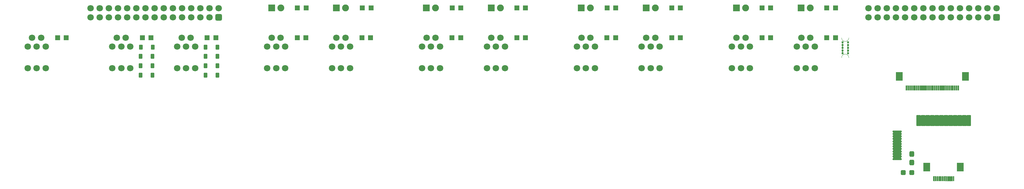
<source format=gbr>
%TF.GenerationSoftware,KiCad,Pcbnew,7.0.1*%
%TF.CreationDate,2024-04-02T15:57:58+09:00*%
%TF.ProjectId,Lift_Switch_V5.0,4c696674-5f53-4776-9974-63685f56352e,rev?*%
%TF.SameCoordinates,Original*%
%TF.FileFunction,Soldermask,Bot*%
%TF.FilePolarity,Negative*%
%FSLAX46Y46*%
G04 Gerber Fmt 4.6, Leading zero omitted, Abs format (unit mm)*
G04 Created by KiCad (PCBNEW 7.0.1) date 2024-04-02 15:57:58*
%MOMM*%
%LPD*%
G01*
G04 APERTURE LIST*
G04 Aperture macros list*
%AMRoundRect*
0 Rectangle with rounded corners*
0 $1 Rounding radius*
0 $2 $3 $4 $5 $6 $7 $8 $9 X,Y pos of 4 corners*
0 Add a 4 corners polygon primitive as box body*
4,1,4,$2,$3,$4,$5,$6,$7,$8,$9,$2,$3,0*
0 Add four circle primitives for the rounded corners*
1,1,$1+$1,$2,$3*
1,1,$1+$1,$4,$5*
1,1,$1+$1,$6,$7*
1,1,$1+$1,$8,$9*
0 Add four rect primitives between the rounded corners*
20,1,$1+$1,$2,$3,$4,$5,0*
20,1,$1+$1,$4,$5,$6,$7,0*
20,1,$1+$1,$6,$7,$8,$9,0*
20,1,$1+$1,$8,$9,$2,$3,0*%
G04 Aperture macros list end*
%TA.AperFunction,Profile*%
%ADD10C,0.050000*%
%TD*%
%ADD11RoundRect,0.051000X-0.900000X-0.900000X0.900000X-0.900000X0.900000X0.900000X-0.900000X0.900000X0*%
%ADD12C,1.902000*%
%ADD13C,1.802000*%
%ADD14C,0.602000*%
%ADD15RoundRect,0.051000X-0.650000X-0.650000X0.650000X-0.650000X0.650000X0.650000X-0.650000X0.650000X0*%
%ADD16RoundRect,0.363500X0.312500X-0.437500X0.312500X0.437500X-0.312500X0.437500X-0.312500X-0.437500X0*%
%ADD17RoundRect,0.051000X0.450000X0.600000X-0.450000X0.600000X-0.450000X-0.600000X0.450000X-0.600000X0*%
%ADD18RoundRect,0.051000X-0.150000X-0.650000X0.150000X-0.650000X0.150000X0.650000X-0.150000X0.650000X0*%
%ADD19RoundRect,0.051000X-0.900000X-1.100000X0.900000X-1.100000X0.900000X1.100000X-0.900000X1.100000X0*%
%ADD20RoundRect,0.102471X1.198529X-0.123529X1.198529X0.123529X-1.198529X0.123529X-1.198529X-0.123529X0*%
%ADD21RoundRect,0.301000X0.600000X-0.600000X0.600000X0.600000X-0.600000X0.600000X-0.600000X-0.600000X0*%
%ADD22RoundRect,0.205412X0.370588X1.345588X-0.370588X1.345588X-0.370588X-1.345588X0.370588X-1.345588X0*%
%ADD23RoundRect,0.376000X-0.325000X-0.325000X0.325000X-0.325000X0.325000X0.325000X-0.325000X0.325000X0*%
G04 APERTURE END LIST*
D10*
%TO.C,mouse-bite-2mm-slot*%
X308100000Y-78088000D02*
G75*
G03*
X310100000Y-78088000I1000000J0D01*
G01*
X310100000Y-83612000D02*
G75*
G03*
X308100000Y-83612000I-1000000J0D01*
G01*
%TD*%
D11*
%TO.C,D16*%
X167825000Y-69750000D03*
D12*
X170365000Y-69750000D03*
%TD*%
D11*
%TO.C,D9*%
X278875000Y-69750000D03*
D12*
X281415000Y-69750000D03*
%TD*%
D11*
%TO.C,D13*%
X192825000Y-69750000D03*
D12*
X195365000Y-69750000D03*
%TD*%
D11*
%TO.C,D11*%
X235825000Y-69750000D03*
D12*
X238365000Y-69750000D03*
%TD*%
D11*
%TO.C,D15*%
X149825000Y-69750000D03*
D12*
X152365000Y-69750000D03*
%TD*%
D13*
%TO.C,SW3*%
X127350000Y-78050000D03*
X124850000Y-78050000D03*
X123600000Y-80550000D03*
X126100000Y-80550000D03*
X128600000Y-80550000D03*
X123600000Y-86550000D03*
X126100000Y-86550000D03*
X128600000Y-86550000D03*
%TD*%
%TO.C,SW7*%
X213350000Y-78050000D03*
X210850000Y-78050000D03*
X209600000Y-80550000D03*
X212100000Y-80550000D03*
X214600000Y-80550000D03*
X209600000Y-86550000D03*
X212100000Y-86550000D03*
X214600000Y-86550000D03*
%TD*%
%TO.C,SW2*%
X109350000Y-78050000D03*
X106850000Y-78050000D03*
X105600000Y-80550000D03*
X108100000Y-80550000D03*
X110600000Y-80550000D03*
X105600000Y-86550000D03*
X108100000Y-86550000D03*
X110600000Y-86550000D03*
%TD*%
%TO.C,SW5*%
X170350000Y-78050000D03*
X167850000Y-78050000D03*
X166600000Y-80550000D03*
X169100000Y-80550000D03*
X171600000Y-80550000D03*
X166600000Y-86550000D03*
X169100000Y-86550000D03*
X171600000Y-86550000D03*
%TD*%
%TO.C,SW1*%
X85850000Y-78050000D03*
X83350000Y-78050000D03*
X82100000Y-80550000D03*
X84600000Y-80550000D03*
X87100000Y-80550000D03*
X82100000Y-86550000D03*
X84600000Y-86550000D03*
X87100000Y-86550000D03*
%TD*%
%TO.C,SW10*%
X281410000Y-78050000D03*
X278910000Y-78050000D03*
X277660000Y-80550000D03*
X280160000Y-80550000D03*
X282660000Y-80550000D03*
X277660000Y-86550000D03*
X280160000Y-86550000D03*
X282660000Y-86550000D03*
%TD*%
%TO.C,SW8*%
X238350000Y-78050000D03*
X235850000Y-78050000D03*
X234600000Y-80550000D03*
X237100000Y-80550000D03*
X239600000Y-80550000D03*
X234600000Y-86550000D03*
X237100000Y-86550000D03*
X239600000Y-86550000D03*
%TD*%
%TO.C,SW11*%
X299410000Y-78050000D03*
X296910000Y-78050000D03*
X295660000Y-80550000D03*
X298160000Y-80550000D03*
X300660000Y-80550000D03*
X295660000Y-86550000D03*
X298160000Y-86550000D03*
X300660000Y-86550000D03*
%TD*%
%TO.C,SW6*%
X195350000Y-78050000D03*
X192850000Y-78050000D03*
X191600000Y-80550000D03*
X194100000Y-80550000D03*
X196600000Y-80550000D03*
X191600000Y-86550000D03*
X194100000Y-86550000D03*
X196600000Y-86550000D03*
%TD*%
D11*
%TO.C,D12*%
X253825000Y-69750000D03*
D12*
X256365000Y-69750000D03*
%TD*%
D14*
%TO.C,mouse-bite-2mm-slot*%
X309850000Y-79338000D03*
X308350000Y-79338000D03*
X309850000Y-80088000D03*
X308350000Y-80088000D03*
X309850000Y-80838000D03*
X308350000Y-80838000D03*
X309850000Y-81612000D03*
X308350000Y-81612000D03*
X309850000Y-82374000D03*
X308350000Y-82374000D03*
%TD*%
D13*
%TO.C,SW4*%
X152350000Y-78050000D03*
X149850000Y-78050000D03*
X148600000Y-80550000D03*
X151100000Y-80550000D03*
X153600000Y-80550000D03*
X148600000Y-86550000D03*
X151100000Y-86550000D03*
X153600000Y-86550000D03*
%TD*%
D11*
%TO.C,D10*%
X296875000Y-69750000D03*
D12*
X299415000Y-69750000D03*
%TD*%
D11*
%TO.C,D14*%
X210825000Y-69750000D03*
D12*
X213365000Y-69750000D03*
%TD*%
D13*
%TO.C,SW9*%
X256350000Y-78050000D03*
X253850000Y-78050000D03*
X252600000Y-80550000D03*
X255100000Y-80550000D03*
X257600000Y-80550000D03*
X252600000Y-86550000D03*
X255100000Y-86550000D03*
X257600000Y-86550000D03*
%TD*%
D15*
%TO.C,R8*%
X242940000Y-78050000D03*
X245340000Y-78050000D03*
%TD*%
D16*
%TO.C,C1*%
X327550000Y-112800000D03*
X327550000Y-110400000D03*
%TD*%
D17*
%TO.C,D3*%
X113500000Y-85850000D03*
X116800000Y-85850000D03*
%TD*%
D15*
%TO.C,R4*%
X156940000Y-78050000D03*
X159340000Y-78050000D03*
%TD*%
D17*
%TO.C,D1*%
X113510000Y-80650000D03*
X116810000Y-80650000D03*
%TD*%
D15*
%TO.C,R9*%
X260940000Y-78050000D03*
X263340000Y-78050000D03*
%TD*%
D17*
%TO.C,D4*%
X113500000Y-88450000D03*
X116800000Y-88450000D03*
%TD*%
D15*
%TO.C,R2*%
X113940000Y-78050000D03*
X116340000Y-78050000D03*
%TD*%
D17*
%TO.C,D7*%
X131520000Y-85850000D03*
X134820000Y-85850000D03*
%TD*%
D15*
%TO.C,R17*%
X217950000Y-69750000D03*
X220350000Y-69750000D03*
%TD*%
%TO.C,R7*%
X217940000Y-78050000D03*
X220340000Y-78050000D03*
%TD*%
%TO.C,R16*%
X200000000Y-69750000D03*
X202400000Y-69750000D03*
%TD*%
D17*
%TO.C,D5*%
X131520000Y-80650000D03*
X134820000Y-80650000D03*
%TD*%
D15*
%TO.C,R13*%
X304000000Y-69750000D03*
X306400000Y-69750000D03*
%TD*%
D18*
%TO.C,J3*%
X339165000Y-117300000D03*
X338665000Y-117300000D03*
X338165000Y-117300000D03*
X337665000Y-117300000D03*
X337165000Y-117300000D03*
X336665000Y-117300000D03*
X336165000Y-117300000D03*
X335665000Y-117300000D03*
X335165000Y-117300000D03*
X334665000Y-117300000D03*
X334165000Y-117300000D03*
X333665000Y-117300000D03*
D19*
X331765000Y-114050000D03*
X341065000Y-114050000D03*
%TD*%
D17*
%TO.C,D2*%
X113500000Y-83250000D03*
X116800000Y-83250000D03*
%TD*%
D15*
%TO.C,R5*%
X174940000Y-78050000D03*
X177340000Y-78050000D03*
%TD*%
%TO.C,R11*%
X304000000Y-78050000D03*
X306400000Y-78050000D03*
%TD*%
%TO.C,R12*%
X286000000Y-69750000D03*
X288400000Y-69750000D03*
%TD*%
%TO.C,R18*%
X157000000Y-69750000D03*
X159400000Y-69750000D03*
%TD*%
%TO.C,R15*%
X260950000Y-69750000D03*
X263350000Y-69750000D03*
%TD*%
D20*
%TO.C,J2*%
X323500000Y-111800000D03*
X323500000Y-111100000D03*
X323500000Y-110400000D03*
X323500000Y-109700000D03*
X323500000Y-109000000D03*
X323500000Y-108300000D03*
X323500000Y-107600000D03*
X323500000Y-106900000D03*
X323500000Y-106200000D03*
X323500000Y-105500000D03*
X323500000Y-104800000D03*
X323500000Y-104100000D03*
%TD*%
D15*
%TO.C,R19*%
X175050000Y-69750000D03*
X177450000Y-69750000D03*
%TD*%
D21*
%TO.C,J5*%
X351080000Y-72350000D03*
D13*
X351080000Y-69810000D03*
X348540000Y-72350000D03*
X348540000Y-69810000D03*
X346000000Y-72350000D03*
X346000000Y-69810000D03*
X343460000Y-72350000D03*
X343460000Y-69810000D03*
X340920000Y-72350000D03*
X340920000Y-69810000D03*
X338380000Y-72350000D03*
X338380000Y-69810000D03*
X335840000Y-72350000D03*
X335840000Y-69810000D03*
X333300000Y-72350000D03*
X333300000Y-69810000D03*
X330760000Y-72350000D03*
X330760000Y-69810000D03*
X328220000Y-72350000D03*
X328220000Y-69810000D03*
X325680000Y-72350000D03*
X325680000Y-69810000D03*
X323140000Y-72350000D03*
X323140000Y-69810000D03*
X320600000Y-72350000D03*
X320600000Y-69810000D03*
X318060000Y-72350000D03*
X318060000Y-69810000D03*
X315520000Y-72350000D03*
X315520000Y-69810000D03*
%TD*%
D22*
%TO.C,J4*%
X343400000Y-101100000D03*
X340860000Y-101100000D03*
X338320000Y-101100000D03*
X335780000Y-101100000D03*
X333240000Y-101100000D03*
X330700000Y-101100000D03*
X342130000Y-101100000D03*
X339590000Y-101100000D03*
X337050000Y-101100000D03*
X334510000Y-101100000D03*
X331970000Y-101100000D03*
X329430000Y-101100000D03*
%TD*%
D15*
%TO.C,R3*%
X131940000Y-78050000D03*
X134340000Y-78050000D03*
%TD*%
D17*
%TO.C,D6*%
X131520000Y-83250000D03*
X134820000Y-83250000D03*
%TD*%
D15*
%TO.C,R1*%
X90440000Y-78050000D03*
X92840000Y-78050000D03*
%TD*%
%TO.C,R6*%
X199940000Y-78050000D03*
X202340000Y-78050000D03*
%TD*%
D23*
%TO.C,R20*%
X325250000Y-115550000D03*
X327550000Y-115550000D03*
%TD*%
D15*
%TO.C,R14*%
X243000000Y-69750000D03*
X245400000Y-69750000D03*
%TD*%
D18*
%TO.C,J7*%
X340550000Y-92050000D03*
X340050000Y-92050000D03*
X339550000Y-92050000D03*
X339050000Y-92050000D03*
X338550000Y-92050000D03*
X338050000Y-92050000D03*
X337550000Y-92050000D03*
X337050000Y-92050000D03*
X336550000Y-92050000D03*
X336050000Y-92050000D03*
X335550000Y-92050000D03*
X335050000Y-92050000D03*
X334550000Y-92050000D03*
X334050000Y-92050000D03*
X333550000Y-92050000D03*
X333050000Y-92050000D03*
X332550000Y-92050000D03*
X332050000Y-92050000D03*
X331550000Y-92050000D03*
X331050000Y-92050000D03*
X330550000Y-92050000D03*
X330050000Y-92050000D03*
X329550000Y-92050000D03*
X329050000Y-92050000D03*
X328550000Y-92050000D03*
X328050000Y-92050000D03*
X327550000Y-92050000D03*
X327050000Y-92050000D03*
X326550000Y-92050000D03*
X326050000Y-92050000D03*
D19*
X324150000Y-88800000D03*
X342450000Y-88800000D03*
%TD*%
D17*
%TO.C,D8*%
X131520000Y-88450000D03*
X134820000Y-88450000D03*
%TD*%
D15*
%TO.C,R10*%
X286000000Y-78050000D03*
X288400000Y-78050000D03*
%TD*%
D21*
%TO.C,J1*%
X135110000Y-72390000D03*
D13*
X135110000Y-69850000D03*
X132570000Y-72390000D03*
X132570000Y-69850000D03*
X130030000Y-72390000D03*
X130030000Y-69850000D03*
X127490000Y-72390000D03*
X127490000Y-69850000D03*
X124950000Y-72390000D03*
X124950000Y-69850000D03*
X122410000Y-72390000D03*
X122410000Y-69850000D03*
X119870000Y-72390000D03*
X119870000Y-69850000D03*
X117330000Y-72390000D03*
X117330000Y-69850000D03*
X114790000Y-72390000D03*
X114790000Y-69850000D03*
X112250000Y-72390000D03*
X112250000Y-69850000D03*
X109710000Y-72390000D03*
X109710000Y-69850000D03*
X107170000Y-72390000D03*
X107170000Y-69850000D03*
X104630000Y-72390000D03*
X104630000Y-69850000D03*
X102090000Y-72390000D03*
X102090000Y-69850000D03*
X99550000Y-72390000D03*
X99550000Y-69850000D03*
%TD*%
G36*
X338977347Y-116618509D02*
G01*
X338977116Y-116620263D01*
X338969766Y-116631262D01*
X338966000Y-116650199D01*
X338966000Y-117949801D01*
X338969766Y-117968737D01*
X338977114Y-117979733D01*
X338977345Y-117981487D01*
X338976094Y-117982738D01*
X338974340Y-117982507D01*
X338952311Y-117967788D01*
X338877689Y-117967788D01*
X338855659Y-117982507D01*
X338853905Y-117982738D01*
X338852654Y-117981487D01*
X338852885Y-117979733D01*
X338860233Y-117968737D01*
X338864000Y-117949801D01*
X338864000Y-116650199D01*
X338860233Y-116631262D01*
X338852884Y-116620264D01*
X338852653Y-116618510D01*
X338853904Y-116617259D01*
X338855658Y-116617490D01*
X338877690Y-116632211D01*
X338952310Y-116632211D01*
X338974342Y-116617489D01*
X338976096Y-116617258D01*
X338977347Y-116618509D01*
G37*
G36*
X338477347Y-116618509D02*
G01*
X338477116Y-116620263D01*
X338469766Y-116631262D01*
X338466000Y-116650199D01*
X338466000Y-117949801D01*
X338469766Y-117968737D01*
X338477114Y-117979733D01*
X338477345Y-117981487D01*
X338476094Y-117982738D01*
X338474340Y-117982507D01*
X338452311Y-117967788D01*
X338377689Y-117967788D01*
X338355659Y-117982507D01*
X338353905Y-117982738D01*
X338352654Y-117981487D01*
X338352885Y-117979733D01*
X338360233Y-117968737D01*
X338364000Y-117949801D01*
X338364000Y-116650199D01*
X338360233Y-116631262D01*
X338352884Y-116620264D01*
X338352653Y-116618510D01*
X338353904Y-116617259D01*
X338355658Y-116617490D01*
X338377690Y-116632211D01*
X338452310Y-116632211D01*
X338474342Y-116617489D01*
X338476096Y-116617258D01*
X338477347Y-116618509D01*
G37*
G36*
X337977347Y-116618509D02*
G01*
X337977116Y-116620263D01*
X337969766Y-116631262D01*
X337966000Y-116650199D01*
X337966000Y-117949801D01*
X337969766Y-117968737D01*
X337977114Y-117979733D01*
X337977345Y-117981487D01*
X337976094Y-117982738D01*
X337974340Y-117982507D01*
X337952311Y-117967788D01*
X337877689Y-117967788D01*
X337855659Y-117982507D01*
X337853905Y-117982738D01*
X337852654Y-117981487D01*
X337852885Y-117979733D01*
X337860233Y-117968737D01*
X337864000Y-117949801D01*
X337864000Y-116650199D01*
X337860233Y-116631262D01*
X337852884Y-116620264D01*
X337852653Y-116618510D01*
X337853904Y-116617259D01*
X337855658Y-116617490D01*
X337877690Y-116632211D01*
X337952310Y-116632211D01*
X337974342Y-116617489D01*
X337976096Y-116617258D01*
X337977347Y-116618509D01*
G37*
G36*
X337477347Y-116618509D02*
G01*
X337477116Y-116620263D01*
X337469766Y-116631262D01*
X337466000Y-116650199D01*
X337466000Y-117949801D01*
X337469766Y-117968737D01*
X337477114Y-117979733D01*
X337477345Y-117981487D01*
X337476094Y-117982738D01*
X337474340Y-117982507D01*
X337452311Y-117967788D01*
X337377689Y-117967788D01*
X337355659Y-117982507D01*
X337353905Y-117982738D01*
X337352654Y-117981487D01*
X337352885Y-117979733D01*
X337360233Y-117968737D01*
X337364000Y-117949801D01*
X337364000Y-116650199D01*
X337360233Y-116631262D01*
X337352884Y-116620264D01*
X337352653Y-116618510D01*
X337353904Y-116617259D01*
X337355658Y-116617490D01*
X337377690Y-116632211D01*
X337452310Y-116632211D01*
X337474342Y-116617489D01*
X337476096Y-116617258D01*
X337477347Y-116618509D01*
G37*
G36*
X336977347Y-116618509D02*
G01*
X336977116Y-116620263D01*
X336969766Y-116631262D01*
X336966000Y-116650199D01*
X336966000Y-117949801D01*
X336969766Y-117968737D01*
X336977114Y-117979733D01*
X336977345Y-117981487D01*
X336976094Y-117982738D01*
X336974340Y-117982507D01*
X336952311Y-117967788D01*
X336877689Y-117967788D01*
X336855659Y-117982507D01*
X336853905Y-117982738D01*
X336852654Y-117981487D01*
X336852885Y-117979733D01*
X336860233Y-117968737D01*
X336864000Y-117949801D01*
X336864000Y-116650199D01*
X336860233Y-116631262D01*
X336852884Y-116620264D01*
X336852653Y-116618510D01*
X336853904Y-116617259D01*
X336855658Y-116617490D01*
X336877690Y-116632211D01*
X336952310Y-116632211D01*
X336974342Y-116617489D01*
X336976096Y-116617258D01*
X336977347Y-116618509D01*
G37*
G36*
X336477347Y-116618509D02*
G01*
X336477116Y-116620263D01*
X336469766Y-116631262D01*
X336466000Y-116650199D01*
X336466000Y-117949801D01*
X336469766Y-117968737D01*
X336477114Y-117979733D01*
X336477345Y-117981487D01*
X336476094Y-117982738D01*
X336474340Y-117982507D01*
X336452311Y-117967788D01*
X336377689Y-117967788D01*
X336355659Y-117982507D01*
X336353905Y-117982738D01*
X336352654Y-117981487D01*
X336352885Y-117979733D01*
X336360233Y-117968737D01*
X336364000Y-117949801D01*
X336364000Y-116650199D01*
X336360233Y-116631262D01*
X336352884Y-116620264D01*
X336352653Y-116618510D01*
X336353904Y-116617259D01*
X336355658Y-116617490D01*
X336377690Y-116632211D01*
X336452310Y-116632211D01*
X336474342Y-116617489D01*
X336476096Y-116617258D01*
X336477347Y-116618509D01*
G37*
G36*
X335977347Y-116618509D02*
G01*
X335977116Y-116620263D01*
X335969766Y-116631262D01*
X335966000Y-116650199D01*
X335966000Y-117949801D01*
X335969766Y-117968737D01*
X335977114Y-117979733D01*
X335977345Y-117981487D01*
X335976094Y-117982738D01*
X335974340Y-117982507D01*
X335952311Y-117967788D01*
X335877689Y-117967788D01*
X335855659Y-117982507D01*
X335853905Y-117982738D01*
X335852654Y-117981487D01*
X335852885Y-117979733D01*
X335860233Y-117968737D01*
X335864000Y-117949801D01*
X335864000Y-116650199D01*
X335860233Y-116631262D01*
X335852884Y-116620264D01*
X335852653Y-116618510D01*
X335853904Y-116617259D01*
X335855658Y-116617490D01*
X335877690Y-116632211D01*
X335952310Y-116632211D01*
X335974342Y-116617489D01*
X335976096Y-116617258D01*
X335977347Y-116618509D01*
G37*
G36*
X335477347Y-116618509D02*
G01*
X335477116Y-116620263D01*
X335469766Y-116631262D01*
X335466000Y-116650199D01*
X335466000Y-117949801D01*
X335469766Y-117968737D01*
X335477114Y-117979733D01*
X335477345Y-117981487D01*
X335476094Y-117982738D01*
X335474340Y-117982507D01*
X335452311Y-117967788D01*
X335377689Y-117967788D01*
X335355659Y-117982507D01*
X335353905Y-117982738D01*
X335352654Y-117981487D01*
X335352885Y-117979733D01*
X335360233Y-117968737D01*
X335364000Y-117949801D01*
X335364000Y-116650199D01*
X335360233Y-116631262D01*
X335352884Y-116620264D01*
X335352653Y-116618510D01*
X335353904Y-116617259D01*
X335355658Y-116617490D01*
X335377690Y-116632211D01*
X335452310Y-116632211D01*
X335474342Y-116617489D01*
X335476096Y-116617258D01*
X335477347Y-116618509D01*
G37*
G36*
X334977347Y-116618509D02*
G01*
X334977116Y-116620263D01*
X334969766Y-116631262D01*
X334966000Y-116650199D01*
X334966000Y-117949801D01*
X334969766Y-117968737D01*
X334977114Y-117979733D01*
X334977345Y-117981487D01*
X334976094Y-117982738D01*
X334974340Y-117982507D01*
X334952311Y-117967788D01*
X334877689Y-117967788D01*
X334855659Y-117982507D01*
X334853905Y-117982738D01*
X334852654Y-117981487D01*
X334852885Y-117979733D01*
X334860233Y-117968737D01*
X334864000Y-117949801D01*
X334864000Y-116650199D01*
X334860233Y-116631262D01*
X334852884Y-116620264D01*
X334852653Y-116618510D01*
X334853904Y-116617259D01*
X334855658Y-116617490D01*
X334877690Y-116632211D01*
X334952310Y-116632211D01*
X334974342Y-116617489D01*
X334976096Y-116617258D01*
X334977347Y-116618509D01*
G37*
G36*
X334477347Y-116618509D02*
G01*
X334477116Y-116620263D01*
X334469766Y-116631262D01*
X334466000Y-116650199D01*
X334466000Y-117949801D01*
X334469766Y-117968737D01*
X334477114Y-117979733D01*
X334477345Y-117981487D01*
X334476094Y-117982738D01*
X334474340Y-117982507D01*
X334452311Y-117967788D01*
X334377689Y-117967788D01*
X334355659Y-117982507D01*
X334353905Y-117982738D01*
X334352654Y-117981487D01*
X334352885Y-117979733D01*
X334360233Y-117968737D01*
X334364000Y-117949801D01*
X334364000Y-116650199D01*
X334360233Y-116631262D01*
X334352884Y-116620264D01*
X334352653Y-116618510D01*
X334353904Y-116617259D01*
X334355658Y-116617490D01*
X334377690Y-116632211D01*
X334452310Y-116632211D01*
X334474342Y-116617489D01*
X334476096Y-116617258D01*
X334477347Y-116618509D01*
G37*
G36*
X333977347Y-116618509D02*
G01*
X333977116Y-116620263D01*
X333969766Y-116631262D01*
X333966000Y-116650199D01*
X333966000Y-117949801D01*
X333969766Y-117968737D01*
X333977114Y-117979733D01*
X333977345Y-117981487D01*
X333976094Y-117982738D01*
X333974340Y-117982507D01*
X333952311Y-117967788D01*
X333877689Y-117967788D01*
X333855659Y-117982507D01*
X333853905Y-117982738D01*
X333852654Y-117981487D01*
X333852885Y-117979733D01*
X333860233Y-117968737D01*
X333864000Y-117949801D01*
X333864000Y-116650199D01*
X333860233Y-116631262D01*
X333852884Y-116620264D01*
X333852653Y-116618510D01*
X333853904Y-116617259D01*
X333855658Y-116617490D01*
X333877690Y-116632211D01*
X333952310Y-116632211D01*
X333974342Y-116617489D01*
X333976096Y-116617258D01*
X333977347Y-116618509D01*
G37*
G36*
X324687877Y-111324888D02*
G01*
X324688062Y-111326764D01*
X324686604Y-111327961D01*
X324580552Y-111349054D01*
X324580551Y-111550940D01*
X324686612Y-111572038D01*
X324688070Y-111573235D01*
X324687885Y-111575111D01*
X324686222Y-111576000D01*
X322313771Y-111576000D01*
X322312108Y-111575111D01*
X322311923Y-111573235D01*
X322313381Y-111572038D01*
X322419447Y-111550940D01*
X322419446Y-111349055D01*
X322313395Y-111327961D01*
X322311937Y-111326764D01*
X322312122Y-111324888D01*
X322313785Y-111323999D01*
X324686214Y-111323999D01*
X324687877Y-111324888D01*
G37*
G36*
X324687877Y-110624888D02*
G01*
X324688062Y-110626764D01*
X324686604Y-110627961D01*
X324580552Y-110649054D01*
X324580551Y-110850940D01*
X324686612Y-110872038D01*
X324688070Y-110873235D01*
X324687885Y-110875111D01*
X324686222Y-110876000D01*
X322313771Y-110876000D01*
X322312108Y-110875111D01*
X322311923Y-110873235D01*
X322313381Y-110872038D01*
X322419447Y-110850940D01*
X322419446Y-110649055D01*
X322313395Y-110627961D01*
X322311937Y-110626764D01*
X322312122Y-110624888D01*
X322313785Y-110623999D01*
X324686214Y-110623999D01*
X324687877Y-110624888D01*
G37*
G36*
X324687884Y-109924888D02*
G01*
X324688069Y-109926764D01*
X324686611Y-109927961D01*
X324580552Y-109949058D01*
X324580552Y-110150942D01*
X324686609Y-110172038D01*
X324688067Y-110173235D01*
X324687882Y-110175111D01*
X324686219Y-110176000D01*
X322313774Y-110176000D01*
X322312111Y-110175111D01*
X322311926Y-110173235D01*
X322313384Y-110172038D01*
X322419447Y-110150942D01*
X322419447Y-109949058D01*
X322313392Y-109927961D01*
X322311934Y-109926764D01*
X322312119Y-109924888D01*
X322313782Y-109923999D01*
X324686221Y-109923999D01*
X324687884Y-109924888D01*
G37*
G36*
X324687884Y-109224888D02*
G01*
X324688069Y-109226764D01*
X324686611Y-109227961D01*
X324580552Y-109249058D01*
X324580552Y-109450942D01*
X324686609Y-109472038D01*
X324688067Y-109473235D01*
X324687882Y-109475111D01*
X324686219Y-109476000D01*
X322313774Y-109476000D01*
X322312111Y-109475111D01*
X322311926Y-109473235D01*
X322313384Y-109472038D01*
X322419447Y-109450942D01*
X322419447Y-109249058D01*
X322313392Y-109227961D01*
X322311934Y-109226764D01*
X322312119Y-109224888D01*
X322313782Y-109223999D01*
X324686221Y-109223999D01*
X324687884Y-109224888D01*
G37*
G36*
X324687884Y-108524888D02*
G01*
X324688069Y-108526764D01*
X324686611Y-108527961D01*
X324580552Y-108549058D01*
X324580552Y-108750942D01*
X324686609Y-108772038D01*
X324688067Y-108773235D01*
X324687882Y-108775111D01*
X324686219Y-108776000D01*
X322313774Y-108776000D01*
X322312111Y-108775111D01*
X322311926Y-108773235D01*
X322313384Y-108772038D01*
X322419447Y-108750942D01*
X322419447Y-108549058D01*
X322313392Y-108527961D01*
X322311934Y-108526764D01*
X322312119Y-108524888D01*
X322313782Y-108523999D01*
X324686221Y-108523999D01*
X324687884Y-108524888D01*
G37*
G36*
X324687884Y-107824888D02*
G01*
X324688069Y-107826764D01*
X324686611Y-107827961D01*
X324580552Y-107849058D01*
X324580552Y-108050942D01*
X324686609Y-108072038D01*
X324688067Y-108073235D01*
X324687882Y-108075111D01*
X324686219Y-108076000D01*
X322313774Y-108076000D01*
X322312111Y-108075111D01*
X322311926Y-108073235D01*
X322313384Y-108072038D01*
X322419447Y-108050942D01*
X322419447Y-107849058D01*
X322313392Y-107827961D01*
X322311934Y-107826764D01*
X322312119Y-107824888D01*
X322313782Y-107823999D01*
X324686221Y-107823999D01*
X324687884Y-107824888D01*
G37*
G36*
X324687877Y-107124888D02*
G01*
X324688062Y-107126764D01*
X324686604Y-107127961D01*
X324580552Y-107149054D01*
X324580551Y-107350940D01*
X324686612Y-107372038D01*
X324688070Y-107373235D01*
X324687885Y-107375111D01*
X324686222Y-107376000D01*
X322313771Y-107376000D01*
X322312108Y-107375111D01*
X322311923Y-107373235D01*
X322313381Y-107372038D01*
X322419447Y-107350940D01*
X322419446Y-107149055D01*
X322313395Y-107127961D01*
X322311937Y-107126764D01*
X322312122Y-107124888D01*
X322313785Y-107123999D01*
X324686214Y-107123999D01*
X324687877Y-107124888D01*
G37*
G36*
X324687884Y-106424888D02*
G01*
X324688069Y-106426764D01*
X324686611Y-106427961D01*
X324580552Y-106449058D01*
X324580552Y-106650942D01*
X324686609Y-106672038D01*
X324688067Y-106673235D01*
X324687882Y-106675111D01*
X324686219Y-106676000D01*
X322313774Y-106676000D01*
X322312111Y-106675111D01*
X322311926Y-106673235D01*
X322313384Y-106672038D01*
X322419447Y-106650942D01*
X322419447Y-106449058D01*
X322313392Y-106427961D01*
X322311934Y-106426764D01*
X322312119Y-106424888D01*
X322313782Y-106423999D01*
X324686221Y-106423999D01*
X324687884Y-106424888D01*
G37*
G36*
X324687877Y-105724888D02*
G01*
X324688062Y-105726764D01*
X324686604Y-105727961D01*
X324580552Y-105749054D01*
X324580551Y-105950940D01*
X324686612Y-105972038D01*
X324688070Y-105973235D01*
X324687885Y-105975111D01*
X324686222Y-105976000D01*
X322313771Y-105976000D01*
X322312108Y-105975111D01*
X322311923Y-105973235D01*
X322313381Y-105972038D01*
X322419447Y-105950940D01*
X322419446Y-105749055D01*
X322313395Y-105727961D01*
X322311937Y-105726764D01*
X322312122Y-105724888D01*
X322313785Y-105723999D01*
X324686214Y-105723999D01*
X324687877Y-105724888D01*
G37*
G36*
X324687884Y-105024888D02*
G01*
X324688069Y-105026764D01*
X324686611Y-105027961D01*
X324580552Y-105049058D01*
X324580552Y-105250942D01*
X324686609Y-105272038D01*
X324688067Y-105273235D01*
X324687882Y-105275111D01*
X324686219Y-105276000D01*
X322313774Y-105276000D01*
X322312111Y-105275111D01*
X322311926Y-105273235D01*
X322313384Y-105272038D01*
X322419447Y-105250942D01*
X322419447Y-105049058D01*
X322313392Y-105027961D01*
X322311934Y-105026764D01*
X322312119Y-105024888D01*
X322313782Y-105023999D01*
X324686221Y-105023999D01*
X324687884Y-105024888D01*
G37*
G36*
X324687884Y-104324888D02*
G01*
X324688069Y-104326764D01*
X324686611Y-104327961D01*
X324580552Y-104349058D01*
X324580552Y-104550942D01*
X324686609Y-104572038D01*
X324688067Y-104573235D01*
X324687882Y-104575111D01*
X324686219Y-104576000D01*
X322313774Y-104576000D01*
X322312111Y-104575111D01*
X322311926Y-104573235D01*
X322313384Y-104572038D01*
X322419447Y-104550942D01*
X322419447Y-104349058D01*
X322313392Y-104327961D01*
X322311934Y-104326764D01*
X322312119Y-104324888D01*
X322313782Y-104323999D01*
X324686221Y-104323999D01*
X324687884Y-104324888D01*
G37*
G36*
X342871718Y-99629790D02*
G01*
X342871533Y-99631666D01*
X342841520Y-99676583D01*
X342826000Y-99754611D01*
X342826000Y-102445389D01*
X342841520Y-102523416D01*
X342871532Y-102568331D01*
X342871717Y-102570207D01*
X342870259Y-102571404D01*
X342868455Y-102570856D01*
X342815948Y-102518350D01*
X342714052Y-102518350D01*
X342661545Y-102570855D01*
X342659741Y-102571403D01*
X342658283Y-102570206D01*
X342658468Y-102568330D01*
X342688479Y-102523416D01*
X342704000Y-102445389D01*
X342704000Y-99754611D01*
X342688479Y-99676583D01*
X342658467Y-99631668D01*
X342658282Y-99629792D01*
X342659740Y-99628595D01*
X342661544Y-99629143D01*
X342714052Y-99681650D01*
X342815948Y-99681650D01*
X342868456Y-99629141D01*
X342870260Y-99628593D01*
X342871718Y-99629790D01*
G37*
G36*
X341601718Y-99629790D02*
G01*
X341601533Y-99631666D01*
X341571520Y-99676583D01*
X341556000Y-99754611D01*
X341556000Y-102445389D01*
X341571520Y-102523416D01*
X341601532Y-102568331D01*
X341601717Y-102570207D01*
X341600259Y-102571404D01*
X341598455Y-102570856D01*
X341545948Y-102518350D01*
X341444052Y-102518350D01*
X341391545Y-102570855D01*
X341389741Y-102571403D01*
X341388283Y-102570206D01*
X341388468Y-102568330D01*
X341418479Y-102523416D01*
X341434000Y-102445389D01*
X341434000Y-99754611D01*
X341418479Y-99676583D01*
X341388467Y-99631668D01*
X341388282Y-99629792D01*
X341389740Y-99628595D01*
X341391544Y-99629143D01*
X341444052Y-99681650D01*
X341545948Y-99681650D01*
X341598456Y-99629141D01*
X341600260Y-99628593D01*
X341601718Y-99629790D01*
G37*
G36*
X340331718Y-99629790D02*
G01*
X340331533Y-99631666D01*
X340301520Y-99676583D01*
X340286000Y-99754611D01*
X340286000Y-102445389D01*
X340301520Y-102523416D01*
X340331532Y-102568331D01*
X340331717Y-102570207D01*
X340330259Y-102571404D01*
X340328455Y-102570856D01*
X340275948Y-102518350D01*
X340174052Y-102518350D01*
X340121545Y-102570855D01*
X340119741Y-102571403D01*
X340118283Y-102570206D01*
X340118468Y-102568330D01*
X340148479Y-102523416D01*
X340164000Y-102445389D01*
X340164000Y-99754611D01*
X340148479Y-99676583D01*
X340118467Y-99631668D01*
X340118282Y-99629792D01*
X340119740Y-99628595D01*
X340121544Y-99629143D01*
X340174052Y-99681650D01*
X340275948Y-99681650D01*
X340328456Y-99629141D01*
X340330260Y-99628593D01*
X340331718Y-99629790D01*
G37*
G36*
X339061718Y-99629790D02*
G01*
X339061533Y-99631666D01*
X339031520Y-99676583D01*
X339016000Y-99754611D01*
X339016000Y-102445389D01*
X339031520Y-102523416D01*
X339061532Y-102568331D01*
X339061717Y-102570207D01*
X339060259Y-102571404D01*
X339058455Y-102570856D01*
X339005948Y-102518350D01*
X338904052Y-102518350D01*
X338851545Y-102570855D01*
X338849741Y-102571403D01*
X338848283Y-102570206D01*
X338848468Y-102568330D01*
X338878479Y-102523416D01*
X338894000Y-102445389D01*
X338894000Y-99754611D01*
X338878479Y-99676583D01*
X338848467Y-99631668D01*
X338848282Y-99629792D01*
X338849740Y-99628595D01*
X338851544Y-99629143D01*
X338904052Y-99681650D01*
X339005948Y-99681650D01*
X339058456Y-99629141D01*
X339060260Y-99628593D01*
X339061718Y-99629790D01*
G37*
G36*
X337791718Y-99629790D02*
G01*
X337791533Y-99631666D01*
X337761520Y-99676583D01*
X337746000Y-99754611D01*
X337746000Y-102445389D01*
X337761520Y-102523416D01*
X337791532Y-102568331D01*
X337791717Y-102570207D01*
X337790259Y-102571404D01*
X337788455Y-102570856D01*
X337735948Y-102518350D01*
X337634052Y-102518350D01*
X337581545Y-102570855D01*
X337579741Y-102571403D01*
X337578283Y-102570206D01*
X337578468Y-102568330D01*
X337608479Y-102523416D01*
X337624000Y-102445389D01*
X337624000Y-99754611D01*
X337608479Y-99676583D01*
X337578467Y-99631668D01*
X337578282Y-99629792D01*
X337579740Y-99628595D01*
X337581544Y-99629143D01*
X337634052Y-99681650D01*
X337735948Y-99681650D01*
X337788456Y-99629141D01*
X337790260Y-99628593D01*
X337791718Y-99629790D01*
G37*
G36*
X336521718Y-99629790D02*
G01*
X336521533Y-99631666D01*
X336491520Y-99676583D01*
X336476000Y-99754611D01*
X336476000Y-102445389D01*
X336491520Y-102523416D01*
X336521532Y-102568331D01*
X336521717Y-102570207D01*
X336520259Y-102571404D01*
X336518455Y-102570856D01*
X336465948Y-102518350D01*
X336364052Y-102518350D01*
X336311545Y-102570855D01*
X336309741Y-102571403D01*
X336308283Y-102570206D01*
X336308468Y-102568330D01*
X336338479Y-102523416D01*
X336354000Y-102445389D01*
X336354000Y-99754611D01*
X336338479Y-99676583D01*
X336308467Y-99631668D01*
X336308282Y-99629792D01*
X336309740Y-99628595D01*
X336311544Y-99629143D01*
X336364052Y-99681650D01*
X336465948Y-99681650D01*
X336518456Y-99629141D01*
X336520260Y-99628593D01*
X336521718Y-99629790D01*
G37*
G36*
X335251718Y-99629790D02*
G01*
X335251533Y-99631666D01*
X335221520Y-99676583D01*
X335206000Y-99754611D01*
X335206000Y-102445389D01*
X335221520Y-102523416D01*
X335251532Y-102568331D01*
X335251717Y-102570207D01*
X335250259Y-102571404D01*
X335248455Y-102570856D01*
X335195948Y-102518350D01*
X335094052Y-102518350D01*
X335041545Y-102570855D01*
X335039741Y-102571403D01*
X335038283Y-102570206D01*
X335038468Y-102568330D01*
X335068479Y-102523416D01*
X335084000Y-102445389D01*
X335084000Y-99754611D01*
X335068479Y-99676583D01*
X335038467Y-99631668D01*
X335038282Y-99629792D01*
X335039740Y-99628595D01*
X335041544Y-99629143D01*
X335094052Y-99681650D01*
X335195948Y-99681650D01*
X335248456Y-99629141D01*
X335250260Y-99628593D01*
X335251718Y-99629790D01*
G37*
G36*
X333981718Y-99629790D02*
G01*
X333981533Y-99631666D01*
X333951520Y-99676583D01*
X333936000Y-99754611D01*
X333936000Y-102445389D01*
X333951520Y-102523416D01*
X333981532Y-102568331D01*
X333981717Y-102570207D01*
X333980259Y-102571404D01*
X333978455Y-102570856D01*
X333925948Y-102518350D01*
X333824052Y-102518350D01*
X333771545Y-102570855D01*
X333769741Y-102571403D01*
X333768283Y-102570206D01*
X333768468Y-102568330D01*
X333798479Y-102523416D01*
X333814000Y-102445389D01*
X333814000Y-99754611D01*
X333798479Y-99676583D01*
X333768467Y-99631668D01*
X333768282Y-99629792D01*
X333769740Y-99628595D01*
X333771544Y-99629143D01*
X333824052Y-99681650D01*
X333925948Y-99681650D01*
X333978456Y-99629141D01*
X333980260Y-99628593D01*
X333981718Y-99629790D01*
G37*
G36*
X332711718Y-99629790D02*
G01*
X332711533Y-99631666D01*
X332681520Y-99676583D01*
X332666000Y-99754611D01*
X332666000Y-102445389D01*
X332681520Y-102523416D01*
X332711532Y-102568331D01*
X332711717Y-102570207D01*
X332710259Y-102571404D01*
X332708455Y-102570856D01*
X332655948Y-102518350D01*
X332554052Y-102518350D01*
X332501545Y-102570855D01*
X332499741Y-102571403D01*
X332498283Y-102570206D01*
X332498468Y-102568330D01*
X332528479Y-102523416D01*
X332544000Y-102445389D01*
X332544000Y-99754611D01*
X332528479Y-99676583D01*
X332498467Y-99631668D01*
X332498282Y-99629792D01*
X332499740Y-99628595D01*
X332501544Y-99629143D01*
X332554052Y-99681650D01*
X332655948Y-99681650D01*
X332708456Y-99629141D01*
X332710260Y-99628593D01*
X332711718Y-99629790D01*
G37*
G36*
X331441718Y-99629790D02*
G01*
X331441533Y-99631666D01*
X331411520Y-99676583D01*
X331396000Y-99754611D01*
X331396000Y-102445389D01*
X331411520Y-102523416D01*
X331441532Y-102568331D01*
X331441717Y-102570207D01*
X331440259Y-102571404D01*
X331438455Y-102570856D01*
X331385948Y-102518350D01*
X331284052Y-102518350D01*
X331231545Y-102570855D01*
X331229741Y-102571403D01*
X331228283Y-102570206D01*
X331228468Y-102568330D01*
X331258479Y-102523416D01*
X331274000Y-102445389D01*
X331274000Y-99754611D01*
X331258479Y-99676583D01*
X331228467Y-99631668D01*
X331228282Y-99629792D01*
X331229740Y-99628595D01*
X331231544Y-99629143D01*
X331284052Y-99681650D01*
X331385948Y-99681650D01*
X331438456Y-99629141D01*
X331440260Y-99628593D01*
X331441718Y-99629790D01*
G37*
G36*
X330171718Y-99629790D02*
G01*
X330171533Y-99631666D01*
X330141520Y-99676583D01*
X330126000Y-99754611D01*
X330126000Y-102445389D01*
X330141520Y-102523416D01*
X330171532Y-102568331D01*
X330171717Y-102570207D01*
X330170259Y-102571404D01*
X330168455Y-102570856D01*
X330115948Y-102518350D01*
X330014052Y-102518350D01*
X329961545Y-102570855D01*
X329959741Y-102571403D01*
X329958283Y-102570206D01*
X329958468Y-102568330D01*
X329988479Y-102523416D01*
X330004000Y-102445389D01*
X330004000Y-99754611D01*
X329988479Y-99676583D01*
X329958467Y-99631668D01*
X329958282Y-99629792D01*
X329959740Y-99628595D01*
X329961544Y-99629143D01*
X330014052Y-99681650D01*
X330115948Y-99681650D01*
X330168456Y-99629141D01*
X330170260Y-99628593D01*
X330171718Y-99629790D01*
G37*
G36*
X340362347Y-91368509D02*
G01*
X340362116Y-91370263D01*
X340354766Y-91381262D01*
X340351000Y-91400199D01*
X340351000Y-92699801D01*
X340354766Y-92718737D01*
X340362114Y-92729733D01*
X340362345Y-92731487D01*
X340361094Y-92732738D01*
X340359340Y-92732507D01*
X340337311Y-92717788D01*
X340262689Y-92717788D01*
X340240659Y-92732507D01*
X340238905Y-92732738D01*
X340237654Y-92731487D01*
X340237885Y-92729733D01*
X340245233Y-92718737D01*
X340249000Y-92699801D01*
X340249000Y-91400199D01*
X340245233Y-91381262D01*
X340237884Y-91370264D01*
X340237653Y-91368510D01*
X340238904Y-91367259D01*
X340240658Y-91367490D01*
X340262690Y-91382211D01*
X340337310Y-91382211D01*
X340359342Y-91367489D01*
X340361096Y-91367258D01*
X340362347Y-91368509D01*
G37*
G36*
X339862347Y-91368509D02*
G01*
X339862116Y-91370263D01*
X339854766Y-91381262D01*
X339851000Y-91400199D01*
X339851000Y-92699801D01*
X339854766Y-92718737D01*
X339862114Y-92729733D01*
X339862345Y-92731487D01*
X339861094Y-92732738D01*
X339859340Y-92732507D01*
X339837311Y-92717788D01*
X339762689Y-92717788D01*
X339740659Y-92732507D01*
X339738905Y-92732738D01*
X339737654Y-92731487D01*
X339737885Y-92729733D01*
X339745233Y-92718737D01*
X339749000Y-92699801D01*
X339749000Y-91400199D01*
X339745233Y-91381262D01*
X339737884Y-91370264D01*
X339737653Y-91368510D01*
X339738904Y-91367259D01*
X339740658Y-91367490D01*
X339762690Y-91382211D01*
X339837310Y-91382211D01*
X339859342Y-91367489D01*
X339861096Y-91367258D01*
X339862347Y-91368509D01*
G37*
G36*
X339362347Y-91368509D02*
G01*
X339362116Y-91370263D01*
X339354766Y-91381262D01*
X339351000Y-91400199D01*
X339351000Y-92699801D01*
X339354766Y-92718737D01*
X339362114Y-92729733D01*
X339362345Y-92731487D01*
X339361094Y-92732738D01*
X339359340Y-92732507D01*
X339337311Y-92717788D01*
X339262689Y-92717788D01*
X339240659Y-92732507D01*
X339238905Y-92732738D01*
X339237654Y-92731487D01*
X339237885Y-92729733D01*
X339245233Y-92718737D01*
X339249000Y-92699801D01*
X339249000Y-91400199D01*
X339245233Y-91381262D01*
X339237884Y-91370264D01*
X339237653Y-91368510D01*
X339238904Y-91367259D01*
X339240658Y-91367490D01*
X339262690Y-91382211D01*
X339337310Y-91382211D01*
X339359342Y-91367489D01*
X339361096Y-91367258D01*
X339362347Y-91368509D01*
G37*
G36*
X338862347Y-91368509D02*
G01*
X338862116Y-91370263D01*
X338854766Y-91381262D01*
X338851000Y-91400199D01*
X338851000Y-92699801D01*
X338854766Y-92718737D01*
X338862114Y-92729733D01*
X338862345Y-92731487D01*
X338861094Y-92732738D01*
X338859340Y-92732507D01*
X338837311Y-92717788D01*
X338762689Y-92717788D01*
X338740659Y-92732507D01*
X338738905Y-92732738D01*
X338737654Y-92731487D01*
X338737885Y-92729733D01*
X338745233Y-92718737D01*
X338749000Y-92699801D01*
X338749000Y-91400199D01*
X338745233Y-91381262D01*
X338737884Y-91370264D01*
X338737653Y-91368510D01*
X338738904Y-91367259D01*
X338740658Y-91367490D01*
X338762690Y-91382211D01*
X338837310Y-91382211D01*
X338859342Y-91367489D01*
X338861096Y-91367258D01*
X338862347Y-91368509D01*
G37*
G36*
X338362347Y-91368509D02*
G01*
X338362116Y-91370263D01*
X338354766Y-91381262D01*
X338351000Y-91400199D01*
X338351000Y-92699801D01*
X338354766Y-92718737D01*
X338362114Y-92729733D01*
X338362345Y-92731487D01*
X338361094Y-92732738D01*
X338359340Y-92732507D01*
X338337311Y-92717788D01*
X338262689Y-92717788D01*
X338240659Y-92732507D01*
X338238905Y-92732738D01*
X338237654Y-92731487D01*
X338237885Y-92729733D01*
X338245233Y-92718737D01*
X338249000Y-92699801D01*
X338249000Y-91400199D01*
X338245233Y-91381262D01*
X338237884Y-91370264D01*
X338237653Y-91368510D01*
X338238904Y-91367259D01*
X338240658Y-91367490D01*
X338262690Y-91382211D01*
X338337310Y-91382211D01*
X338359342Y-91367489D01*
X338361096Y-91367258D01*
X338362347Y-91368509D01*
G37*
G36*
X337862347Y-91368509D02*
G01*
X337862116Y-91370263D01*
X337854766Y-91381262D01*
X337851000Y-91400199D01*
X337851000Y-92699801D01*
X337854766Y-92718737D01*
X337862114Y-92729733D01*
X337862345Y-92731487D01*
X337861094Y-92732738D01*
X337859340Y-92732507D01*
X337837311Y-92717788D01*
X337762689Y-92717788D01*
X337740659Y-92732507D01*
X337738905Y-92732738D01*
X337737654Y-92731487D01*
X337737885Y-92729733D01*
X337745233Y-92718737D01*
X337749000Y-92699801D01*
X337749000Y-91400199D01*
X337745233Y-91381262D01*
X337737884Y-91370264D01*
X337737653Y-91368510D01*
X337738904Y-91367259D01*
X337740658Y-91367490D01*
X337762690Y-91382211D01*
X337837310Y-91382211D01*
X337859342Y-91367489D01*
X337861096Y-91367258D01*
X337862347Y-91368509D01*
G37*
G36*
X337362347Y-91368509D02*
G01*
X337362116Y-91370263D01*
X337354766Y-91381262D01*
X337351000Y-91400199D01*
X337351000Y-92699801D01*
X337354766Y-92718737D01*
X337362114Y-92729733D01*
X337362345Y-92731487D01*
X337361094Y-92732738D01*
X337359340Y-92732507D01*
X337337311Y-92717788D01*
X337262689Y-92717788D01*
X337240659Y-92732507D01*
X337238905Y-92732738D01*
X337237654Y-92731487D01*
X337237885Y-92729733D01*
X337245233Y-92718737D01*
X337249000Y-92699801D01*
X337249000Y-91400199D01*
X337245233Y-91381262D01*
X337237884Y-91370264D01*
X337237653Y-91368510D01*
X337238904Y-91367259D01*
X337240658Y-91367490D01*
X337262690Y-91382211D01*
X337337310Y-91382211D01*
X337359342Y-91367489D01*
X337361096Y-91367258D01*
X337362347Y-91368509D01*
G37*
G36*
X336862347Y-91368509D02*
G01*
X336862116Y-91370263D01*
X336854766Y-91381262D01*
X336851000Y-91400199D01*
X336851000Y-92699801D01*
X336854766Y-92718737D01*
X336862114Y-92729733D01*
X336862345Y-92731487D01*
X336861094Y-92732738D01*
X336859340Y-92732507D01*
X336837311Y-92717788D01*
X336762689Y-92717788D01*
X336740659Y-92732507D01*
X336738905Y-92732738D01*
X336737654Y-92731487D01*
X336737885Y-92729733D01*
X336745233Y-92718737D01*
X336749000Y-92699801D01*
X336749000Y-91400199D01*
X336745233Y-91381262D01*
X336737884Y-91370264D01*
X336737653Y-91368510D01*
X336738904Y-91367259D01*
X336740658Y-91367490D01*
X336762690Y-91382211D01*
X336837310Y-91382211D01*
X336859342Y-91367489D01*
X336861096Y-91367258D01*
X336862347Y-91368509D01*
G37*
G36*
X336362347Y-91368509D02*
G01*
X336362116Y-91370263D01*
X336354766Y-91381262D01*
X336351000Y-91400199D01*
X336351000Y-92699801D01*
X336354766Y-92718737D01*
X336362114Y-92729733D01*
X336362345Y-92731487D01*
X336361094Y-92732738D01*
X336359340Y-92732507D01*
X336337311Y-92717788D01*
X336262689Y-92717788D01*
X336240659Y-92732507D01*
X336238905Y-92732738D01*
X336237654Y-92731487D01*
X336237885Y-92729733D01*
X336245233Y-92718737D01*
X336249000Y-92699801D01*
X336249000Y-91400199D01*
X336245233Y-91381262D01*
X336237884Y-91370264D01*
X336237653Y-91368510D01*
X336238904Y-91367259D01*
X336240658Y-91367490D01*
X336262690Y-91382211D01*
X336337310Y-91382211D01*
X336359342Y-91367489D01*
X336361096Y-91367258D01*
X336362347Y-91368509D01*
G37*
G36*
X335862347Y-91368509D02*
G01*
X335862116Y-91370263D01*
X335854766Y-91381262D01*
X335851000Y-91400199D01*
X335851000Y-92699801D01*
X335854766Y-92718737D01*
X335862114Y-92729733D01*
X335862345Y-92731487D01*
X335861094Y-92732738D01*
X335859340Y-92732507D01*
X335837311Y-92717788D01*
X335762689Y-92717788D01*
X335740659Y-92732507D01*
X335738905Y-92732738D01*
X335737654Y-92731487D01*
X335737885Y-92729733D01*
X335745233Y-92718737D01*
X335749000Y-92699801D01*
X335749000Y-91400199D01*
X335745233Y-91381262D01*
X335737884Y-91370264D01*
X335737653Y-91368510D01*
X335738904Y-91367259D01*
X335740658Y-91367490D01*
X335762690Y-91382211D01*
X335837310Y-91382211D01*
X335859342Y-91367489D01*
X335861096Y-91367258D01*
X335862347Y-91368509D01*
G37*
G36*
X335362347Y-91368509D02*
G01*
X335362116Y-91370263D01*
X335354766Y-91381262D01*
X335351000Y-91400199D01*
X335351000Y-92699801D01*
X335354766Y-92718737D01*
X335362114Y-92729733D01*
X335362345Y-92731487D01*
X335361094Y-92732738D01*
X335359340Y-92732507D01*
X335337311Y-92717788D01*
X335262689Y-92717788D01*
X335240659Y-92732507D01*
X335238905Y-92732738D01*
X335237654Y-92731487D01*
X335237885Y-92729733D01*
X335245233Y-92718737D01*
X335249000Y-92699801D01*
X335249000Y-91400199D01*
X335245233Y-91381262D01*
X335237884Y-91370264D01*
X335237653Y-91368510D01*
X335238904Y-91367259D01*
X335240658Y-91367490D01*
X335262690Y-91382211D01*
X335337310Y-91382211D01*
X335359342Y-91367489D01*
X335361096Y-91367258D01*
X335362347Y-91368509D01*
G37*
G36*
X334862347Y-91368509D02*
G01*
X334862116Y-91370263D01*
X334854766Y-91381262D01*
X334851000Y-91400199D01*
X334851000Y-92699801D01*
X334854766Y-92718737D01*
X334862114Y-92729733D01*
X334862345Y-92731487D01*
X334861094Y-92732738D01*
X334859340Y-92732507D01*
X334837311Y-92717788D01*
X334762689Y-92717788D01*
X334740659Y-92732507D01*
X334738905Y-92732738D01*
X334737654Y-92731487D01*
X334737885Y-92729733D01*
X334745233Y-92718737D01*
X334749000Y-92699801D01*
X334749000Y-91400199D01*
X334745233Y-91381262D01*
X334737884Y-91370264D01*
X334737653Y-91368510D01*
X334738904Y-91367259D01*
X334740658Y-91367490D01*
X334762690Y-91382211D01*
X334837310Y-91382211D01*
X334859342Y-91367489D01*
X334861096Y-91367258D01*
X334862347Y-91368509D01*
G37*
G36*
X334362347Y-91368509D02*
G01*
X334362116Y-91370263D01*
X334354766Y-91381262D01*
X334351000Y-91400199D01*
X334351000Y-92699801D01*
X334354766Y-92718737D01*
X334362114Y-92729733D01*
X334362345Y-92731487D01*
X334361094Y-92732738D01*
X334359340Y-92732507D01*
X334337311Y-92717788D01*
X334262689Y-92717788D01*
X334240659Y-92732507D01*
X334238905Y-92732738D01*
X334237654Y-92731487D01*
X334237885Y-92729733D01*
X334245233Y-92718737D01*
X334249000Y-92699801D01*
X334249000Y-91400199D01*
X334245233Y-91381262D01*
X334237884Y-91370264D01*
X334237653Y-91368510D01*
X334238904Y-91367259D01*
X334240658Y-91367490D01*
X334262690Y-91382211D01*
X334337310Y-91382211D01*
X334359342Y-91367489D01*
X334361096Y-91367258D01*
X334362347Y-91368509D01*
G37*
G36*
X333862347Y-91368509D02*
G01*
X333862116Y-91370263D01*
X333854766Y-91381262D01*
X333851000Y-91400199D01*
X333851000Y-92699801D01*
X333854766Y-92718737D01*
X333862114Y-92729733D01*
X333862345Y-92731487D01*
X333861094Y-92732738D01*
X333859340Y-92732507D01*
X333837311Y-92717788D01*
X333762689Y-92717788D01*
X333740659Y-92732507D01*
X333738905Y-92732738D01*
X333737654Y-92731487D01*
X333737885Y-92729733D01*
X333745233Y-92718737D01*
X333749000Y-92699801D01*
X333749000Y-91400199D01*
X333745233Y-91381262D01*
X333737884Y-91370264D01*
X333737653Y-91368510D01*
X333738904Y-91367259D01*
X333740658Y-91367490D01*
X333762690Y-91382211D01*
X333837310Y-91382211D01*
X333859342Y-91367489D01*
X333861096Y-91367258D01*
X333862347Y-91368509D01*
G37*
G36*
X333362347Y-91368509D02*
G01*
X333362116Y-91370263D01*
X333354766Y-91381262D01*
X333351000Y-91400199D01*
X333351000Y-92699801D01*
X333354766Y-92718737D01*
X333362114Y-92729733D01*
X333362345Y-92731487D01*
X333361094Y-92732738D01*
X333359340Y-92732507D01*
X333337311Y-92717788D01*
X333262689Y-92717788D01*
X333240659Y-92732507D01*
X333238905Y-92732738D01*
X333237654Y-92731487D01*
X333237885Y-92729733D01*
X333245233Y-92718737D01*
X333249000Y-92699801D01*
X333249000Y-91400199D01*
X333245233Y-91381262D01*
X333237884Y-91370264D01*
X333237653Y-91368510D01*
X333238904Y-91367259D01*
X333240658Y-91367490D01*
X333262690Y-91382211D01*
X333337310Y-91382211D01*
X333359342Y-91367489D01*
X333361096Y-91367258D01*
X333362347Y-91368509D01*
G37*
G36*
X332862347Y-91368509D02*
G01*
X332862116Y-91370263D01*
X332854766Y-91381262D01*
X332851000Y-91400199D01*
X332851000Y-92699801D01*
X332854766Y-92718737D01*
X332862114Y-92729733D01*
X332862345Y-92731487D01*
X332861094Y-92732738D01*
X332859340Y-92732507D01*
X332837311Y-92717788D01*
X332762689Y-92717788D01*
X332740659Y-92732507D01*
X332738905Y-92732738D01*
X332737654Y-92731487D01*
X332737885Y-92729733D01*
X332745233Y-92718737D01*
X332749000Y-92699801D01*
X332749000Y-91400199D01*
X332745233Y-91381262D01*
X332737884Y-91370264D01*
X332737653Y-91368510D01*
X332738904Y-91367259D01*
X332740658Y-91367490D01*
X332762690Y-91382211D01*
X332837310Y-91382211D01*
X332859342Y-91367489D01*
X332861096Y-91367258D01*
X332862347Y-91368509D01*
G37*
G36*
X332362347Y-91368509D02*
G01*
X332362116Y-91370263D01*
X332354766Y-91381262D01*
X332351000Y-91400199D01*
X332351000Y-92699801D01*
X332354766Y-92718737D01*
X332362114Y-92729733D01*
X332362345Y-92731487D01*
X332361094Y-92732738D01*
X332359340Y-92732507D01*
X332337311Y-92717788D01*
X332262689Y-92717788D01*
X332240659Y-92732507D01*
X332238905Y-92732738D01*
X332237654Y-92731487D01*
X332237885Y-92729733D01*
X332245233Y-92718737D01*
X332249000Y-92699801D01*
X332249000Y-91400199D01*
X332245233Y-91381262D01*
X332237884Y-91370264D01*
X332237653Y-91368510D01*
X332238904Y-91367259D01*
X332240658Y-91367490D01*
X332262690Y-91382211D01*
X332337310Y-91382211D01*
X332359342Y-91367489D01*
X332361096Y-91367258D01*
X332362347Y-91368509D01*
G37*
G36*
X331862347Y-91368509D02*
G01*
X331862116Y-91370263D01*
X331854766Y-91381262D01*
X331851000Y-91400199D01*
X331851000Y-92699801D01*
X331854766Y-92718737D01*
X331862114Y-92729733D01*
X331862345Y-92731487D01*
X331861094Y-92732738D01*
X331859340Y-92732507D01*
X331837311Y-92717788D01*
X331762689Y-92717788D01*
X331740659Y-92732507D01*
X331738905Y-92732738D01*
X331737654Y-92731487D01*
X331737885Y-92729733D01*
X331745233Y-92718737D01*
X331749000Y-92699801D01*
X331749000Y-91400199D01*
X331745233Y-91381262D01*
X331737884Y-91370264D01*
X331737653Y-91368510D01*
X331738904Y-91367259D01*
X331740658Y-91367490D01*
X331762690Y-91382211D01*
X331837310Y-91382211D01*
X331859342Y-91367489D01*
X331861096Y-91367258D01*
X331862347Y-91368509D01*
G37*
G36*
X331362347Y-91368509D02*
G01*
X331362116Y-91370263D01*
X331354766Y-91381262D01*
X331351000Y-91400199D01*
X331351000Y-92699801D01*
X331354766Y-92718737D01*
X331362114Y-92729733D01*
X331362345Y-92731487D01*
X331361094Y-92732738D01*
X331359340Y-92732507D01*
X331337311Y-92717788D01*
X331262689Y-92717788D01*
X331240659Y-92732507D01*
X331238905Y-92732738D01*
X331237654Y-92731487D01*
X331237885Y-92729733D01*
X331245233Y-92718737D01*
X331249000Y-92699801D01*
X331249000Y-91400199D01*
X331245233Y-91381262D01*
X331237884Y-91370264D01*
X331237653Y-91368510D01*
X331238904Y-91367259D01*
X331240658Y-91367490D01*
X331262690Y-91382211D01*
X331337310Y-91382211D01*
X331359342Y-91367489D01*
X331361096Y-91367258D01*
X331362347Y-91368509D01*
G37*
G36*
X330862347Y-91368509D02*
G01*
X330862116Y-91370263D01*
X330854766Y-91381262D01*
X330851000Y-91400199D01*
X330851000Y-92699801D01*
X330854766Y-92718737D01*
X330862114Y-92729733D01*
X330862345Y-92731487D01*
X330861094Y-92732738D01*
X330859340Y-92732507D01*
X330837311Y-92717788D01*
X330762689Y-92717788D01*
X330740659Y-92732507D01*
X330738905Y-92732738D01*
X330737654Y-92731487D01*
X330737885Y-92729733D01*
X330745233Y-92718737D01*
X330749000Y-92699801D01*
X330749000Y-91400199D01*
X330745233Y-91381262D01*
X330737884Y-91370264D01*
X330737653Y-91368510D01*
X330738904Y-91367259D01*
X330740658Y-91367490D01*
X330762690Y-91382211D01*
X330837310Y-91382211D01*
X330859342Y-91367489D01*
X330861096Y-91367258D01*
X330862347Y-91368509D01*
G37*
G36*
X330362347Y-91368509D02*
G01*
X330362116Y-91370263D01*
X330354766Y-91381262D01*
X330351000Y-91400199D01*
X330351000Y-92699801D01*
X330354766Y-92718737D01*
X330362114Y-92729733D01*
X330362345Y-92731487D01*
X330361094Y-92732738D01*
X330359340Y-92732507D01*
X330337311Y-92717788D01*
X330262689Y-92717788D01*
X330240659Y-92732507D01*
X330238905Y-92732738D01*
X330237654Y-92731487D01*
X330237885Y-92729733D01*
X330245233Y-92718737D01*
X330249000Y-92699801D01*
X330249000Y-91400199D01*
X330245233Y-91381262D01*
X330237884Y-91370264D01*
X330237653Y-91368510D01*
X330238904Y-91367259D01*
X330240658Y-91367490D01*
X330262690Y-91382211D01*
X330337310Y-91382211D01*
X330359342Y-91367489D01*
X330361096Y-91367258D01*
X330362347Y-91368509D01*
G37*
G36*
X329862347Y-91368509D02*
G01*
X329862116Y-91370263D01*
X329854766Y-91381262D01*
X329851000Y-91400199D01*
X329851000Y-92699801D01*
X329854766Y-92718737D01*
X329862114Y-92729733D01*
X329862345Y-92731487D01*
X329861094Y-92732738D01*
X329859340Y-92732507D01*
X329837311Y-92717788D01*
X329762689Y-92717788D01*
X329740659Y-92732507D01*
X329738905Y-92732738D01*
X329737654Y-92731487D01*
X329737885Y-92729733D01*
X329745233Y-92718737D01*
X329749000Y-92699801D01*
X329749000Y-91400199D01*
X329745233Y-91381262D01*
X329737884Y-91370264D01*
X329737653Y-91368510D01*
X329738904Y-91367259D01*
X329740658Y-91367490D01*
X329762690Y-91382211D01*
X329837310Y-91382211D01*
X329859342Y-91367489D01*
X329861096Y-91367258D01*
X329862347Y-91368509D01*
G37*
G36*
X329362347Y-91368509D02*
G01*
X329362116Y-91370263D01*
X329354766Y-91381262D01*
X329351000Y-91400199D01*
X329351000Y-92699801D01*
X329354766Y-92718737D01*
X329362114Y-92729733D01*
X329362345Y-92731487D01*
X329361094Y-92732738D01*
X329359340Y-92732507D01*
X329337311Y-92717788D01*
X329262689Y-92717788D01*
X329240659Y-92732507D01*
X329238905Y-92732738D01*
X329237654Y-92731487D01*
X329237885Y-92729733D01*
X329245233Y-92718737D01*
X329249000Y-92699801D01*
X329249000Y-91400199D01*
X329245233Y-91381262D01*
X329237884Y-91370264D01*
X329237653Y-91368510D01*
X329238904Y-91367259D01*
X329240658Y-91367490D01*
X329262690Y-91382211D01*
X329337310Y-91382211D01*
X329359342Y-91367489D01*
X329361096Y-91367258D01*
X329362347Y-91368509D01*
G37*
G36*
X328862347Y-91368509D02*
G01*
X328862116Y-91370263D01*
X328854766Y-91381262D01*
X328851000Y-91400199D01*
X328851000Y-92699801D01*
X328854766Y-92718737D01*
X328862114Y-92729733D01*
X328862345Y-92731487D01*
X328861094Y-92732738D01*
X328859340Y-92732507D01*
X328837311Y-92717788D01*
X328762689Y-92717788D01*
X328740659Y-92732507D01*
X328738905Y-92732738D01*
X328737654Y-92731487D01*
X328737885Y-92729733D01*
X328745233Y-92718737D01*
X328749000Y-92699801D01*
X328749000Y-91400199D01*
X328745233Y-91381262D01*
X328737884Y-91370264D01*
X328737653Y-91368510D01*
X328738904Y-91367259D01*
X328740658Y-91367490D01*
X328762690Y-91382211D01*
X328837310Y-91382211D01*
X328859342Y-91367489D01*
X328861096Y-91367258D01*
X328862347Y-91368509D01*
G37*
G36*
X328362347Y-91368509D02*
G01*
X328362116Y-91370263D01*
X328354766Y-91381262D01*
X328351000Y-91400199D01*
X328351000Y-92699801D01*
X328354766Y-92718737D01*
X328362114Y-92729733D01*
X328362345Y-92731487D01*
X328361094Y-92732738D01*
X328359340Y-92732507D01*
X328337311Y-92717788D01*
X328262689Y-92717788D01*
X328240659Y-92732507D01*
X328238905Y-92732738D01*
X328237654Y-92731487D01*
X328237885Y-92729733D01*
X328245233Y-92718737D01*
X328249000Y-92699801D01*
X328249000Y-91400199D01*
X328245233Y-91381262D01*
X328237884Y-91370264D01*
X328237653Y-91368510D01*
X328238904Y-91367259D01*
X328240658Y-91367490D01*
X328262690Y-91382211D01*
X328337310Y-91382211D01*
X328359342Y-91367489D01*
X328361096Y-91367258D01*
X328362347Y-91368509D01*
G37*
G36*
X327862347Y-91368509D02*
G01*
X327862116Y-91370263D01*
X327854766Y-91381262D01*
X327851000Y-91400199D01*
X327851000Y-92699801D01*
X327854766Y-92718737D01*
X327862114Y-92729733D01*
X327862345Y-92731487D01*
X327861094Y-92732738D01*
X327859340Y-92732507D01*
X327837311Y-92717788D01*
X327762689Y-92717788D01*
X327740659Y-92732507D01*
X327738905Y-92732738D01*
X327737654Y-92731487D01*
X327737885Y-92729733D01*
X327745233Y-92718737D01*
X327749000Y-92699801D01*
X327749000Y-91400199D01*
X327745233Y-91381262D01*
X327737884Y-91370264D01*
X327737653Y-91368510D01*
X327738904Y-91367259D01*
X327740658Y-91367490D01*
X327762690Y-91382211D01*
X327837310Y-91382211D01*
X327859342Y-91367489D01*
X327861096Y-91367258D01*
X327862347Y-91368509D01*
G37*
G36*
X327362347Y-91368509D02*
G01*
X327362116Y-91370263D01*
X327354766Y-91381262D01*
X327351000Y-91400199D01*
X327351000Y-92699801D01*
X327354766Y-92718737D01*
X327362114Y-92729733D01*
X327362345Y-92731487D01*
X327361094Y-92732738D01*
X327359340Y-92732507D01*
X327337311Y-92717788D01*
X327262689Y-92717788D01*
X327240659Y-92732507D01*
X327238905Y-92732738D01*
X327237654Y-92731487D01*
X327237885Y-92729733D01*
X327245233Y-92718737D01*
X327249000Y-92699801D01*
X327249000Y-91400199D01*
X327245233Y-91381262D01*
X327237884Y-91370264D01*
X327237653Y-91368510D01*
X327238904Y-91367259D01*
X327240658Y-91367490D01*
X327262690Y-91382211D01*
X327337310Y-91382211D01*
X327359342Y-91367489D01*
X327361096Y-91367258D01*
X327362347Y-91368509D01*
G37*
G36*
X326862347Y-91368509D02*
G01*
X326862116Y-91370263D01*
X326854766Y-91381262D01*
X326851000Y-91400199D01*
X326851000Y-92699801D01*
X326854766Y-92718737D01*
X326862114Y-92729733D01*
X326862345Y-92731487D01*
X326861094Y-92732738D01*
X326859340Y-92732507D01*
X326837311Y-92717788D01*
X326762689Y-92717788D01*
X326740659Y-92732507D01*
X326738905Y-92732738D01*
X326737654Y-92731487D01*
X326737885Y-92729733D01*
X326745233Y-92718737D01*
X326749000Y-92699801D01*
X326749000Y-91400199D01*
X326745233Y-91381262D01*
X326737884Y-91370264D01*
X326737653Y-91368510D01*
X326738904Y-91367259D01*
X326740658Y-91367490D01*
X326762690Y-91382211D01*
X326837310Y-91382211D01*
X326859342Y-91367489D01*
X326861096Y-91367258D01*
X326862347Y-91368509D01*
G37*
G36*
X326362347Y-91368509D02*
G01*
X326362116Y-91370263D01*
X326354766Y-91381262D01*
X326351000Y-91400199D01*
X326351000Y-92699801D01*
X326354766Y-92718737D01*
X326362114Y-92729733D01*
X326362345Y-92731487D01*
X326361094Y-92732738D01*
X326359340Y-92732507D01*
X326337311Y-92717788D01*
X326262689Y-92717788D01*
X326240659Y-92732507D01*
X326238905Y-92732738D01*
X326237654Y-92731487D01*
X326237885Y-92729733D01*
X326245233Y-92718737D01*
X326249000Y-92699801D01*
X326249000Y-91400199D01*
X326245233Y-91381262D01*
X326237884Y-91370264D01*
X326237653Y-91368510D01*
X326238904Y-91367259D01*
X326240658Y-91367490D01*
X326262690Y-91382211D01*
X326337310Y-91382211D01*
X326359342Y-91367489D01*
X326361096Y-91367258D01*
X326362347Y-91368509D01*
G37*
G36*
X309798084Y-81906427D02*
G01*
X309901916Y-81906427D01*
X309962546Y-81884359D01*
X309964452Y-81884655D01*
X309965221Y-81886424D01*
X309964138Y-81888020D01*
X309906036Y-81917626D01*
X309906036Y-82068374D01*
X309964141Y-82097980D01*
X309965224Y-82099576D01*
X309964455Y-82101345D01*
X309962549Y-82101641D01*
X309901916Y-82079573D01*
X309798084Y-82079573D01*
X309737443Y-82101644D01*
X309735537Y-82101348D01*
X309734768Y-82099579D01*
X309735851Y-82097983D01*
X309793963Y-82068373D01*
X309793963Y-81917627D01*
X309735854Y-81888018D01*
X309734771Y-81886422D01*
X309735540Y-81884653D01*
X309737446Y-81884357D01*
X309798084Y-81906427D01*
G37*
G36*
X308298084Y-81906427D02*
G01*
X308401916Y-81906427D01*
X308462546Y-81884359D01*
X308464452Y-81884655D01*
X308465221Y-81886424D01*
X308464138Y-81888020D01*
X308406036Y-81917626D01*
X308406036Y-82068374D01*
X308464141Y-82097980D01*
X308465224Y-82099576D01*
X308464455Y-82101345D01*
X308462549Y-82101641D01*
X308401916Y-82079573D01*
X308298084Y-82079573D01*
X308237443Y-82101644D01*
X308235537Y-82101348D01*
X308234768Y-82099579D01*
X308235851Y-82097983D01*
X308293963Y-82068373D01*
X308293963Y-81917627D01*
X308235854Y-81888018D01*
X308234771Y-81886422D01*
X308235540Y-81884653D01*
X308237446Y-81884357D01*
X308298084Y-81906427D01*
G37*
G36*
X309798084Y-81132427D02*
G01*
X309901916Y-81132427D01*
X309962552Y-81110357D01*
X309964458Y-81110653D01*
X309965227Y-81112422D01*
X309964144Y-81114018D01*
X309894261Y-81149627D01*
X309894261Y-81300373D01*
X309964148Y-81335982D01*
X309965231Y-81337578D01*
X309964462Y-81339347D01*
X309962556Y-81339643D01*
X309901916Y-81317573D01*
X309798084Y-81317573D01*
X309737441Y-81339644D01*
X309735535Y-81339348D01*
X309734766Y-81337579D01*
X309735849Y-81335983D01*
X309805738Y-81300373D01*
X309805738Y-81149627D01*
X309735853Y-81114017D01*
X309734770Y-81112421D01*
X309735539Y-81110652D01*
X309737445Y-81110356D01*
X309798084Y-81132427D01*
G37*
G36*
X308298084Y-81132427D02*
G01*
X308401916Y-81132427D01*
X308462552Y-81110357D01*
X308464458Y-81110653D01*
X308465227Y-81112422D01*
X308464144Y-81114018D01*
X308394261Y-81149627D01*
X308394261Y-81300373D01*
X308464148Y-81335982D01*
X308465231Y-81337578D01*
X308464462Y-81339347D01*
X308462556Y-81339643D01*
X308401916Y-81317573D01*
X308298084Y-81317573D01*
X308237441Y-81339644D01*
X308235535Y-81339348D01*
X308234766Y-81337579D01*
X308235849Y-81335983D01*
X308305738Y-81300373D01*
X308305738Y-81149627D01*
X308235853Y-81114017D01*
X308234770Y-81112421D01*
X308235539Y-81110652D01*
X308237445Y-81110356D01*
X308298084Y-81132427D01*
G37*
G36*
X309798084Y-80382427D02*
G01*
X309901916Y-80382427D01*
X309962547Y-80360359D01*
X309964453Y-80360655D01*
X309965222Y-80362424D01*
X309964139Y-80364020D01*
X309917812Y-80387626D01*
X309917812Y-80538374D01*
X309964142Y-80561980D01*
X309965225Y-80563576D01*
X309964456Y-80565345D01*
X309962550Y-80565641D01*
X309901916Y-80543573D01*
X309798084Y-80543573D01*
X309737442Y-80565644D01*
X309735536Y-80565348D01*
X309734767Y-80563579D01*
X309735850Y-80561983D01*
X309782187Y-80538373D01*
X309782187Y-80387627D01*
X309735853Y-80364017D01*
X309734770Y-80362421D01*
X309735539Y-80360652D01*
X309737445Y-80360356D01*
X309798084Y-80382427D01*
G37*
G36*
X308298084Y-80382427D02*
G01*
X308401916Y-80382427D01*
X308462547Y-80360359D01*
X308464453Y-80360655D01*
X308465222Y-80362424D01*
X308464139Y-80364020D01*
X308417812Y-80387626D01*
X308417812Y-80538374D01*
X308464142Y-80561980D01*
X308465225Y-80563576D01*
X308464456Y-80565345D01*
X308462550Y-80565641D01*
X308401916Y-80543573D01*
X308298084Y-80543573D01*
X308237442Y-80565644D01*
X308235536Y-80565348D01*
X308234767Y-80563579D01*
X308235850Y-80561983D01*
X308282187Y-80538373D01*
X308282187Y-80387627D01*
X308235853Y-80364017D01*
X308234770Y-80362421D01*
X308235539Y-80360652D01*
X308237445Y-80360356D01*
X308298084Y-80382427D01*
G37*
G36*
X309798084Y-79632427D02*
G01*
X309901916Y-79632427D01*
X309962547Y-79610359D01*
X309964453Y-79610655D01*
X309965222Y-79612424D01*
X309964139Y-79614020D01*
X309917812Y-79637626D01*
X309917812Y-79788374D01*
X309964142Y-79811980D01*
X309965225Y-79813576D01*
X309964456Y-79815345D01*
X309962550Y-79815641D01*
X309901916Y-79793573D01*
X309798084Y-79793573D01*
X309737442Y-79815644D01*
X309735536Y-79815348D01*
X309734767Y-79813579D01*
X309735850Y-79811983D01*
X309782187Y-79788373D01*
X309782187Y-79637627D01*
X309735853Y-79614017D01*
X309734770Y-79612421D01*
X309735539Y-79610652D01*
X309737445Y-79610356D01*
X309798084Y-79632427D01*
G37*
G36*
X308298084Y-79632427D02*
G01*
X308401916Y-79632427D01*
X308462547Y-79610359D01*
X308464453Y-79610655D01*
X308465222Y-79612424D01*
X308464139Y-79614020D01*
X308417812Y-79637626D01*
X308417812Y-79788374D01*
X308464142Y-79811980D01*
X308465225Y-79813576D01*
X308464456Y-79815345D01*
X308462550Y-79815641D01*
X308401916Y-79793573D01*
X308298084Y-79793573D01*
X308237442Y-79815644D01*
X308235536Y-79815348D01*
X308234767Y-79813579D01*
X308235850Y-79811983D01*
X308282187Y-79788373D01*
X308282187Y-79637627D01*
X308235853Y-79614017D01*
X308234770Y-79612421D01*
X308235539Y-79610652D01*
X308237445Y-79610356D01*
X308298084Y-79632427D01*
G37*
M02*

</source>
